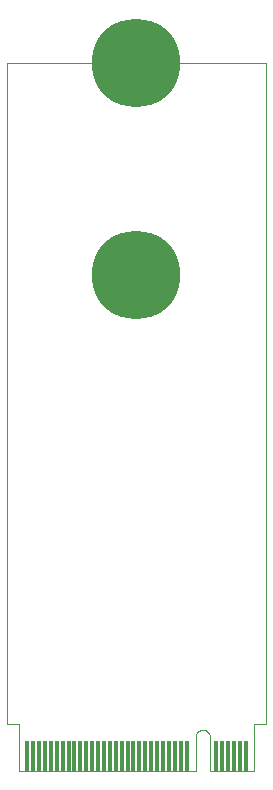
<source format=gtl>
G75*
%MOIN*%
%OFA0B0*%
%FSLAX25Y25*%
%IPPOS*%
%LPD*%
%AMOC8*
5,1,8,0,0,1.08239X$1,22.5*
%
%ADD10C,0.00000*%
%ADD11R,0.01378X0.09843*%
%ADD12C,0.29528*%
D10*
X0005706Y0001400D02*
X0005706Y0017148D01*
X0001474Y0017148D01*
X0001474Y0237620D01*
X0037891Y0237620D01*
X0037893Y0237452D01*
X0037899Y0237285D01*
X0037909Y0237117D01*
X0037924Y0236950D01*
X0037942Y0236783D01*
X0037964Y0236617D01*
X0037991Y0236451D01*
X0038021Y0236286D01*
X0038056Y0236122D01*
X0038094Y0235959D01*
X0038137Y0235796D01*
X0038183Y0235635D01*
X0038233Y0235475D01*
X0038288Y0235316D01*
X0038346Y0235159D01*
X0038407Y0235003D01*
X0038473Y0234848D01*
X0038542Y0234695D01*
X0038616Y0234544D01*
X0038692Y0234395D01*
X0038773Y0234248D01*
X0038856Y0234103D01*
X0038944Y0233959D01*
X0039035Y0233818D01*
X0039129Y0233680D01*
X0039227Y0233543D01*
X0039328Y0233409D01*
X0039432Y0233277D01*
X0039539Y0233148D01*
X0039650Y0233022D01*
X0039763Y0232899D01*
X0039879Y0232778D01*
X0039999Y0232660D01*
X0040121Y0232545D01*
X0040246Y0232433D01*
X0040374Y0232324D01*
X0040504Y0232218D01*
X0040637Y0232116D01*
X0040772Y0232016D01*
X0040910Y0231920D01*
X0041050Y0231828D01*
X0041192Y0231739D01*
X0041336Y0231653D01*
X0041482Y0231571D01*
X0041631Y0231492D01*
X0041781Y0231418D01*
X0041933Y0231346D01*
X0042086Y0231279D01*
X0042242Y0231215D01*
X0042398Y0231155D01*
X0042556Y0231099D01*
X0042716Y0231047D01*
X0042876Y0230998D01*
X0043038Y0230954D01*
X0043201Y0230914D01*
X0043365Y0230877D01*
X0043530Y0230845D01*
X0043695Y0230816D01*
X0043861Y0230792D01*
X0044027Y0230771D01*
X0044194Y0230755D01*
X0044362Y0230743D01*
X0044529Y0230735D01*
X0044697Y0230731D01*
X0044865Y0230731D01*
X0045033Y0230735D01*
X0045200Y0230743D01*
X0045368Y0230755D01*
X0045535Y0230771D01*
X0045701Y0230792D01*
X0045867Y0230816D01*
X0046032Y0230845D01*
X0046197Y0230877D01*
X0046361Y0230914D01*
X0046524Y0230954D01*
X0046686Y0230998D01*
X0046846Y0231047D01*
X0047006Y0231099D01*
X0047164Y0231155D01*
X0047320Y0231215D01*
X0047476Y0231279D01*
X0047629Y0231346D01*
X0047781Y0231418D01*
X0047931Y0231492D01*
X0048080Y0231571D01*
X0048226Y0231653D01*
X0048370Y0231739D01*
X0048512Y0231828D01*
X0048652Y0231920D01*
X0048790Y0232016D01*
X0048925Y0232116D01*
X0049058Y0232218D01*
X0049188Y0232324D01*
X0049316Y0232433D01*
X0049441Y0232545D01*
X0049563Y0232660D01*
X0049683Y0232778D01*
X0049799Y0232899D01*
X0049912Y0233022D01*
X0050023Y0233148D01*
X0050130Y0233277D01*
X0050234Y0233409D01*
X0050335Y0233543D01*
X0050433Y0233680D01*
X0050527Y0233818D01*
X0050618Y0233959D01*
X0050706Y0234103D01*
X0050789Y0234248D01*
X0050870Y0234395D01*
X0050946Y0234544D01*
X0051020Y0234695D01*
X0051089Y0234848D01*
X0051155Y0235003D01*
X0051216Y0235159D01*
X0051274Y0235316D01*
X0051329Y0235475D01*
X0051379Y0235635D01*
X0051425Y0235796D01*
X0051468Y0235959D01*
X0051506Y0236122D01*
X0051541Y0236286D01*
X0051571Y0236451D01*
X0051598Y0236617D01*
X0051620Y0236783D01*
X0051638Y0236950D01*
X0051653Y0237117D01*
X0051663Y0237285D01*
X0051669Y0237452D01*
X0051671Y0237620D01*
X0088088Y0237620D01*
X0088088Y0017148D01*
X0083856Y0017148D01*
X0083856Y0001400D01*
X0069289Y0001400D01*
X0069289Y0012817D01*
X0069288Y0012817D02*
X0069285Y0012914D01*
X0069277Y0013011D01*
X0069265Y0013108D01*
X0069249Y0013203D01*
X0069230Y0013299D01*
X0069207Y0013393D01*
X0069180Y0013486D01*
X0069149Y0013578D01*
X0069114Y0013669D01*
X0069076Y0013759D01*
X0069035Y0013846D01*
X0068989Y0013932D01*
X0068941Y0014016D01*
X0068889Y0014098D01*
X0068834Y0014178D01*
X0068775Y0014256D01*
X0068714Y0014331D01*
X0068649Y0014404D01*
X0068582Y0014474D01*
X0068512Y0014541D01*
X0068439Y0014606D01*
X0068364Y0014667D01*
X0068286Y0014725D01*
X0068206Y0014781D01*
X0068124Y0014832D01*
X0068040Y0014881D01*
X0067954Y0014926D01*
X0067866Y0014968D01*
X0067777Y0015006D01*
X0067686Y0015040D01*
X0067594Y0015071D01*
X0067501Y0015098D01*
X0067406Y0015121D01*
X0067311Y0015141D01*
X0067215Y0015156D01*
X0067119Y0015168D01*
X0067022Y0015176D01*
X0066925Y0015180D01*
X0066828Y0015179D01*
X0066828Y0015180D02*
X0066735Y0015177D01*
X0066642Y0015169D01*
X0066549Y0015158D01*
X0066457Y0015143D01*
X0066366Y0015124D01*
X0066276Y0015101D01*
X0066186Y0015075D01*
X0066098Y0015046D01*
X0066011Y0015013D01*
X0065925Y0014976D01*
X0065841Y0014936D01*
X0065758Y0014893D01*
X0065678Y0014846D01*
X0065599Y0014796D01*
X0065522Y0014743D01*
X0065448Y0014687D01*
X0065376Y0014628D01*
X0065306Y0014566D01*
X0065239Y0014501D01*
X0065174Y0014434D01*
X0065113Y0014364D01*
X0065054Y0014292D01*
X0064998Y0014217D01*
X0064945Y0014141D01*
X0064895Y0014062D01*
X0064849Y0013981D01*
X0064806Y0013899D01*
X0064766Y0013814D01*
X0064729Y0013729D01*
X0064696Y0013641D01*
X0064667Y0013553D01*
X0064641Y0013463D01*
X0064619Y0013373D01*
X0064600Y0013282D01*
X0064586Y0013190D01*
X0064574Y0013097D01*
X0064567Y0013004D01*
X0064563Y0012911D01*
X0064564Y0012818D01*
X0064564Y0012817D02*
X0064564Y0001400D01*
X0005706Y0001400D01*
X0037891Y0237620D02*
X0037893Y0237452D01*
X0037899Y0237285D01*
X0037909Y0237117D01*
X0037924Y0236950D01*
X0037942Y0236783D01*
X0037964Y0236617D01*
X0037991Y0236451D01*
X0038021Y0236286D01*
X0038056Y0236122D01*
X0038094Y0235959D01*
X0038137Y0235796D01*
X0038183Y0235635D01*
X0038233Y0235475D01*
X0038288Y0235316D01*
X0038346Y0235159D01*
X0038407Y0235003D01*
X0038473Y0234848D01*
X0038542Y0234695D01*
X0038616Y0234544D01*
X0038692Y0234395D01*
X0038773Y0234248D01*
X0038856Y0234103D01*
X0038944Y0233959D01*
X0039035Y0233818D01*
X0039129Y0233680D01*
X0039227Y0233543D01*
X0039328Y0233409D01*
X0039432Y0233277D01*
X0039539Y0233148D01*
X0039650Y0233022D01*
X0039763Y0232899D01*
X0039879Y0232778D01*
X0039999Y0232660D01*
X0040121Y0232545D01*
X0040246Y0232433D01*
X0040374Y0232324D01*
X0040504Y0232218D01*
X0040637Y0232116D01*
X0040772Y0232016D01*
X0040910Y0231920D01*
X0041050Y0231828D01*
X0041192Y0231739D01*
X0041336Y0231653D01*
X0041482Y0231571D01*
X0041631Y0231492D01*
X0041781Y0231418D01*
X0041933Y0231346D01*
X0042086Y0231279D01*
X0042242Y0231215D01*
X0042398Y0231155D01*
X0042556Y0231099D01*
X0042716Y0231047D01*
X0042876Y0230998D01*
X0043038Y0230954D01*
X0043201Y0230914D01*
X0043365Y0230877D01*
X0043530Y0230845D01*
X0043695Y0230816D01*
X0043861Y0230792D01*
X0044027Y0230771D01*
X0044194Y0230755D01*
X0044362Y0230743D01*
X0044529Y0230735D01*
X0044697Y0230731D01*
X0044865Y0230731D01*
X0045033Y0230735D01*
X0045200Y0230743D01*
X0045368Y0230755D01*
X0045535Y0230771D01*
X0045701Y0230792D01*
X0045867Y0230816D01*
X0046032Y0230845D01*
X0046197Y0230877D01*
X0046361Y0230914D01*
X0046524Y0230954D01*
X0046686Y0230998D01*
X0046846Y0231047D01*
X0047006Y0231099D01*
X0047164Y0231155D01*
X0047320Y0231215D01*
X0047476Y0231279D01*
X0047629Y0231346D01*
X0047781Y0231418D01*
X0047931Y0231492D01*
X0048080Y0231571D01*
X0048226Y0231653D01*
X0048370Y0231739D01*
X0048512Y0231828D01*
X0048652Y0231920D01*
X0048790Y0232016D01*
X0048925Y0232116D01*
X0049058Y0232218D01*
X0049188Y0232324D01*
X0049316Y0232433D01*
X0049441Y0232545D01*
X0049563Y0232660D01*
X0049683Y0232778D01*
X0049799Y0232899D01*
X0049912Y0233022D01*
X0050023Y0233148D01*
X0050130Y0233277D01*
X0050234Y0233409D01*
X0050335Y0233543D01*
X0050433Y0233680D01*
X0050527Y0233818D01*
X0050618Y0233959D01*
X0050706Y0234103D01*
X0050789Y0234248D01*
X0050870Y0234395D01*
X0050946Y0234544D01*
X0051020Y0234695D01*
X0051089Y0234848D01*
X0051155Y0235003D01*
X0051216Y0235159D01*
X0051274Y0235316D01*
X0051329Y0235475D01*
X0051379Y0235635D01*
X0051425Y0235796D01*
X0051468Y0235959D01*
X0051506Y0236122D01*
X0051541Y0236286D01*
X0051571Y0236451D01*
X0051598Y0236617D01*
X0051620Y0236783D01*
X0051638Y0236950D01*
X0051653Y0237117D01*
X0051663Y0237285D01*
X0051669Y0237452D01*
X0051671Y0237620D01*
D11*
X0051671Y0006321D03*
X0053639Y0006321D03*
X0055608Y0006321D03*
X0057576Y0006321D03*
X0059545Y0006321D03*
X0061513Y0006321D03*
X0071356Y0006321D03*
X0073324Y0006321D03*
X0075293Y0006321D03*
X0077261Y0006321D03*
X0079230Y0006321D03*
X0081198Y0006321D03*
X0049702Y0006321D03*
X0047734Y0006321D03*
X0045765Y0006321D03*
X0043797Y0006321D03*
X0041828Y0006321D03*
X0039860Y0006321D03*
X0037891Y0006321D03*
X0035923Y0006321D03*
X0033954Y0006321D03*
X0031986Y0006321D03*
X0030017Y0006321D03*
X0028048Y0006321D03*
X0026080Y0006321D03*
X0024111Y0006321D03*
X0022143Y0006321D03*
X0020174Y0006321D03*
X0018206Y0006321D03*
X0016237Y0006321D03*
X0014269Y0006321D03*
X0012300Y0006321D03*
X0010332Y0006321D03*
X0008363Y0006321D03*
D12*
X0044781Y0166754D03*
X0044781Y0237620D03*
M02*

</source>
